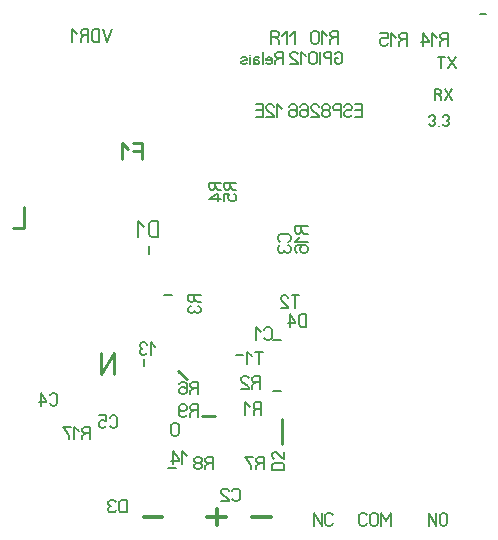
<source format=gbr>
%FSLAX32Y32*%
%MOMM*%
%LNBESTUECKUNG1*%
G71*
G01*
%ADD10C, 0.33*%
%ADD11C, 0.16*%
%ADD12C, 0.24*%
%ADD13C, 0.17*%
%ADD14C, 0.13*%
%ADD15C, 0.22*%
%ADD16C, 0.25*%
%LPD*%
G54D10*
X6285Y4198D02*
X6125Y4198D01*
G54D10*
X5904Y4195D02*
X5744Y4195D01*
G54D10*
X5824Y4262D02*
X5824Y4128D01*
G54D11*
X7620Y7580D02*
X7627Y7591D01*
X7640Y7597D01*
X7654Y7597D01*
X7667Y7591D01*
X7674Y7580D01*
X7674Y7569D01*
X7667Y7558D01*
X7654Y7552D01*
X7667Y7547D01*
X7674Y7536D01*
X7674Y7525D01*
X7667Y7514D01*
X7654Y7508D01*
X7640Y7508D01*
X7627Y7514D01*
X7620Y7525D01*
G54D11*
X7704Y7508D02*
X7704Y7508D01*
G54D11*
X7735Y7580D02*
X7742Y7591D01*
X7755Y7597D01*
X7769Y7597D01*
X7782Y7591D01*
X7789Y7580D01*
X7789Y7569D01*
X7782Y7558D01*
X7769Y7552D01*
X7782Y7547D01*
X7789Y7536D01*
X7789Y7525D01*
X7782Y7514D01*
X7769Y7508D01*
X7755Y7508D01*
X7742Y7514D01*
X7735Y7525D01*
G54D11*
X8049Y8460D02*
X8102Y8460D01*
G54D11*
X7726Y8000D02*
X7726Y8089D01*
G54D11*
X7700Y8089D02*
X7753Y8089D01*
G54D11*
X7784Y8089D02*
X7850Y8000D01*
G54D11*
X7784Y8000D02*
X7850Y8089D01*
G54D11*
X7695Y7775D02*
X7715Y7764D01*
X7721Y7752D01*
X7721Y7730D01*
G54D11*
X7668Y7730D02*
X7668Y7819D01*
X7701Y7819D01*
X7715Y7814D01*
X7721Y7802D01*
X7721Y7791D01*
X7715Y7780D01*
X7701Y7775D01*
X7668Y7775D01*
G54D11*
X7752Y7819D02*
X7819Y7730D01*
G54D11*
X7752Y7730D02*
X7819Y7819D01*
G54D12*
X5188Y7226D02*
X5188Y7360D01*
X5118Y7360D01*
G54D12*
X5188Y7293D02*
X5118Y7293D01*
G54D12*
X5071Y7310D02*
X5021Y7360D01*
X5021Y7226D01*
G54D13*
X5327Y6571D02*
X5327Y6705D01*
X5277Y6705D01*
X5257Y6696D01*
X5247Y6680D01*
X5247Y6596D01*
X5257Y6580D01*
X5277Y6571D01*
X5327Y6571D01*
G54D13*
X5210Y6655D02*
X5160Y6705D01*
X5160Y6571D01*
G54D14*
X6167Y5114D02*
X6143Y5101D01*
X6135Y5088D01*
X6135Y5061D01*
G54D14*
X6199Y5061D02*
X6199Y5168D01*
X6159Y5168D01*
X6143Y5161D01*
X6135Y5148D01*
X6135Y5134D01*
X6143Y5121D01*
X6159Y5114D01*
X6199Y5114D01*
G54D14*
X6106Y5128D02*
X6066Y5168D01*
X6066Y5061D01*
G54D14*
X6156Y5337D02*
X6132Y5324D01*
X6124Y5310D01*
X6124Y5284D01*
G54D14*
X6188Y5284D02*
X6188Y5390D01*
X6148Y5390D01*
X6132Y5384D01*
X6124Y5370D01*
X6124Y5357D01*
X6132Y5344D01*
X6148Y5337D01*
X6188Y5337D01*
G54D14*
X6031Y5284D02*
X6095Y5284D01*
X6095Y5290D01*
X6087Y5304D01*
X6039Y5344D01*
X6031Y5357D01*
X6031Y5370D01*
X6039Y5384D01*
X6055Y5390D01*
X6071Y5390D01*
X6087Y5384D01*
X6095Y5370D01*
G54D14*
X5635Y6046D02*
X5648Y6022D01*
X5662Y6014D01*
X5688Y6014D01*
G54D14*
X5688Y6078D02*
X5582Y6078D01*
X5582Y6038D01*
X5588Y6022D01*
X5602Y6014D01*
X5615Y6014D01*
X5628Y6022D01*
X5635Y6038D01*
X5635Y6078D01*
G54D14*
X5602Y5985D02*
X5588Y5977D01*
X5582Y5961D01*
X5582Y5945D01*
X5588Y5929D01*
X5602Y5921D01*
X5615Y5921D01*
X5628Y5929D01*
X5635Y5945D01*
X5642Y5929D01*
X5655Y5921D01*
X5668Y5921D01*
X5682Y5929D01*
X5688Y5945D01*
X5688Y5961D01*
X5682Y5977D01*
X5668Y5985D01*
G54D14*
X6227Y5716D02*
X6235Y5703D01*
X6251Y5696D01*
X6267Y5696D01*
X6283Y5703D01*
X6291Y5716D01*
X6291Y5783D01*
X6283Y5796D01*
X6267Y5803D01*
X6251Y5803D01*
X6235Y5796D01*
X6227Y5783D01*
G54D14*
X6198Y5763D02*
X6158Y5803D01*
X6158Y5696D01*
G54D14*
X6180Y5490D02*
X6180Y5597D01*
G54D14*
X6212Y5597D02*
X6148Y5597D01*
G54D14*
X6118Y5557D02*
X6078Y5597D01*
X6078Y5490D01*
G54D14*
X5810Y6996D02*
X5823Y6972D01*
X5836Y6964D01*
X5863Y6964D01*
G54D14*
X5863Y7028D02*
X5756Y7028D01*
X5756Y6988D01*
X5763Y6972D01*
X5776Y6964D01*
X5790Y6964D01*
X5803Y6972D01*
X5810Y6988D01*
X5810Y7028D01*
G54D14*
X5863Y6887D02*
X5756Y6887D01*
X5823Y6935D01*
X5836Y6935D01*
X5836Y6871D01*
G54D14*
X5937Y6996D02*
X5950Y6972D01*
X5963Y6964D01*
X5990Y6964D01*
G54D14*
X5990Y7028D02*
X5883Y7028D01*
X5883Y6988D01*
X5890Y6972D01*
X5903Y6964D01*
X5917Y6964D01*
X5930Y6972D01*
X5937Y6988D01*
X5937Y7028D01*
G54D14*
X5883Y6871D02*
X5883Y6935D01*
X5930Y6935D01*
X5930Y6927D01*
X5923Y6911D01*
X5923Y6895D01*
X5930Y6879D01*
X5943Y6871D01*
X5970Y6871D01*
X5983Y6879D01*
X5990Y6895D01*
X5990Y6911D01*
X5983Y6927D01*
X5970Y6935D01*
G54D15*
X4952Y5406D02*
X4952Y5584D01*
X4845Y5406D01*
X4845Y5584D01*
G54D15*
X4194Y6822D02*
X4194Y6645D01*
X4100Y6645D01*
G54D14*
X6489Y5966D02*
X6489Y6073D01*
G54D14*
X6521Y6073D02*
X6457Y6073D01*
G54D14*
X6364Y5966D02*
X6428Y5966D01*
X6428Y5973D01*
X6420Y5986D01*
X6372Y6026D01*
X6364Y6039D01*
X6364Y6053D01*
X6372Y6066D01*
X6388Y6073D01*
X6404Y6073D01*
X6420Y6066D01*
X6428Y6053D01*
G54D14*
X6994Y7585D02*
X7050Y7585D01*
X7050Y7692D01*
X6994Y7692D01*
G54D14*
X7050Y7639D02*
X6994Y7639D01*
G54D14*
X6965Y7605D02*
X6957Y7592D01*
X6941Y7585D01*
X6925Y7585D01*
X6909Y7592D01*
X6901Y7605D01*
X6901Y7619D01*
X6909Y7632D01*
X6925Y7639D01*
X6941Y7639D01*
X6957Y7645D01*
X6965Y7659D01*
X6965Y7672D01*
X6957Y7685D01*
X6941Y7692D01*
X6925Y7692D01*
X6909Y7685D01*
X6901Y7672D01*
G54D14*
X6872Y7585D02*
X6872Y7692D01*
X6832Y7692D01*
X6816Y7685D01*
X6808Y7672D01*
X6808Y7659D01*
X6816Y7645D01*
X6832Y7639D01*
X6872Y7639D01*
G54D14*
X6739Y7639D02*
X6755Y7639D01*
X6771Y7645D01*
X6779Y7659D01*
X6779Y7672D01*
X6771Y7685D01*
X6755Y7692D01*
X6739Y7692D01*
X6723Y7685D01*
X6715Y7672D01*
X6715Y7659D01*
X6723Y7645D01*
X6739Y7639D01*
X6723Y7632D01*
X6715Y7619D01*
X6715Y7605D01*
X6723Y7592D01*
X6739Y7585D01*
X6755Y7585D01*
X6771Y7592D01*
X6779Y7605D01*
X6779Y7619D01*
X6771Y7632D01*
X6755Y7639D01*
G54D14*
X6622Y7585D02*
X6686Y7585D01*
X6686Y7592D01*
X6678Y7605D01*
X6630Y7645D01*
X6622Y7659D01*
X6622Y7672D01*
X6630Y7685D01*
X6646Y7692D01*
X6662Y7692D01*
X6678Y7685D01*
X6686Y7672D01*
G54D14*
X6529Y7672D02*
X6537Y7685D01*
X6553Y7692D01*
X6569Y7692D01*
X6585Y7685D01*
X6593Y7672D01*
X6593Y7639D01*
X6593Y7632D01*
X6569Y7645D01*
X6553Y7645D01*
X6537Y7639D01*
X6529Y7625D01*
X6529Y7605D01*
X6537Y7592D01*
X6553Y7585D01*
X6569Y7585D01*
X6585Y7592D01*
X6593Y7605D01*
X6593Y7639D01*
G54D14*
X6436Y7672D02*
X6444Y7685D01*
X6460Y7692D01*
X6476Y7692D01*
X6492Y7685D01*
X6500Y7672D01*
X6500Y7639D01*
X6500Y7632D01*
X6476Y7645D01*
X6460Y7645D01*
X6444Y7639D01*
X6436Y7625D01*
X6436Y7605D01*
X6444Y7592D01*
X6460Y7585D01*
X6476Y7585D01*
X6492Y7592D01*
X6500Y7605D01*
X6500Y7639D01*
G54D14*
X6376Y7652D02*
X6336Y7692D01*
X6336Y7585D01*
G54D14*
X6243Y7585D02*
X6307Y7585D01*
X6307Y7592D01*
X6299Y7605D01*
X6251Y7645D01*
X6243Y7659D01*
X6243Y7672D01*
X6251Y7685D01*
X6267Y7692D01*
X6283Y7692D01*
X6299Y7685D01*
X6307Y7672D01*
G54D14*
X6158Y7585D02*
X6214Y7585D01*
X6214Y7692D01*
X6158Y7692D01*
G54D14*
X6214Y7639D02*
X6158Y7639D01*
G54D14*
X5632Y5289D02*
X5608Y5276D01*
X5600Y5263D01*
X5600Y5236D01*
G54D14*
X5664Y5236D02*
X5664Y5343D01*
X5624Y5343D01*
X5608Y5336D01*
X5600Y5323D01*
X5600Y5309D01*
X5608Y5296D01*
X5624Y5289D01*
X5664Y5289D01*
G54D14*
X5507Y5323D02*
X5515Y5336D01*
X5531Y5343D01*
X5547Y5343D01*
X5563Y5336D01*
X5571Y5323D01*
X5571Y5289D01*
X5571Y5283D01*
X5547Y5296D01*
X5531Y5296D01*
X5515Y5289D01*
X5507Y5276D01*
X5507Y5256D01*
X5515Y5243D01*
X5531Y5236D01*
X5547Y5236D01*
X5563Y5243D01*
X5571Y5256D01*
X5571Y5289D01*
G54D14*
X6188Y4654D02*
X6164Y4641D01*
X6156Y4628D01*
X6156Y4601D01*
G54D14*
X6220Y4601D02*
X6220Y4708D01*
X6180Y4708D01*
X6164Y4701D01*
X6156Y4688D01*
X6156Y4674D01*
X6164Y4661D01*
X6180Y4654D01*
X6220Y4654D01*
G54D14*
X6127Y4708D02*
X6063Y4708D01*
X6071Y4694D01*
X6087Y4674D01*
X6103Y4648D01*
X6111Y4628D01*
X6111Y4601D01*
G54D14*
X5438Y4973D02*
X5438Y4907D01*
X5446Y4893D01*
X5462Y4887D01*
X5478Y4887D01*
X5494Y4893D01*
X5502Y4907D01*
X5502Y4973D01*
X5494Y4987D01*
X5478Y4993D01*
X5462Y4993D01*
X5446Y4987D01*
X5438Y4973D01*
G54D14*
X5303Y5636D02*
X5263Y5676D01*
X5263Y5569D01*
G54D14*
X5234Y5656D02*
X5226Y5669D01*
X5210Y5676D01*
X5194Y5676D01*
X5178Y5669D01*
X5170Y5656D01*
X5170Y5643D01*
X5178Y5629D01*
X5194Y5623D01*
X5178Y5616D01*
X5170Y5603D01*
X5170Y5589D01*
X5178Y5576D01*
X5194Y5569D01*
X5210Y5569D01*
X5226Y5576D01*
X5234Y5589D01*
G54D14*
X6853Y8083D02*
X6821Y8083D01*
X6821Y8050D01*
X6829Y8037D01*
X6845Y8030D01*
X6861Y8030D01*
X6877Y8037D01*
X6885Y8050D01*
X6885Y8117D01*
X6877Y8130D01*
X6861Y8137D01*
X6845Y8137D01*
X6829Y8130D01*
X6821Y8117D01*
G54D14*
X6792Y8030D02*
X6792Y8137D01*
X6752Y8137D01*
X6736Y8130D01*
X6728Y8117D01*
X6728Y8103D01*
X6736Y8090D01*
X6752Y8083D01*
X6792Y8083D01*
G54D14*
X6699Y8030D02*
X6699Y8137D01*
G54D14*
X6606Y8117D02*
X6606Y8050D01*
X6614Y8037D01*
X6630Y8030D01*
X6646Y8030D01*
X6662Y8037D01*
X6670Y8050D01*
X6670Y8117D01*
X6662Y8130D01*
X6646Y8137D01*
X6630Y8137D01*
X6614Y8130D01*
X6606Y8117D01*
G54D14*
X6577Y8097D02*
X6537Y8137D01*
X6537Y8030D01*
G54D14*
X6444Y8030D02*
X6508Y8030D01*
X6508Y8037D01*
X6500Y8050D01*
X6452Y8090D01*
X6444Y8103D01*
X6444Y8117D01*
X6452Y8130D01*
X6468Y8137D01*
X6484Y8137D01*
X6500Y8130D01*
X6508Y8117D01*
G54D14*
X6352Y8083D02*
X6328Y8070D01*
X6320Y8057D01*
X6320Y8030D01*
G54D14*
X6384Y8030D02*
X6384Y8137D01*
X6344Y8137D01*
X6328Y8130D01*
X6320Y8117D01*
X6320Y8103D01*
X6328Y8090D01*
X6344Y8083D01*
X6384Y8083D01*
G54D14*
X6243Y8037D02*
X6256Y8030D01*
X6272Y8030D01*
X6288Y8037D01*
X6291Y8050D01*
X6291Y8073D01*
X6283Y8086D01*
X6267Y8090D01*
X6251Y8086D01*
X6243Y8077D01*
X6243Y8063D01*
X6291Y8063D01*
G54D14*
X6214Y8030D02*
X6214Y8137D01*
G54D14*
X6185Y8083D02*
X6169Y8090D01*
X6150Y8090D01*
X6137Y8077D01*
X6137Y8030D01*
G54D14*
X6137Y8050D02*
X6145Y8063D01*
X6161Y8066D01*
X6177Y8063D01*
X6185Y8050D01*
X6182Y8037D01*
X6169Y8030D01*
X6161Y8030D01*
X6158Y8030D01*
X6145Y8037D01*
X6137Y8050D01*
G54D14*
X6108Y8030D02*
X6108Y8090D01*
G54D14*
X6108Y8110D02*
X6108Y8110D01*
G54D14*
X6079Y8037D02*
X6063Y8030D01*
X6047Y8030D01*
X6031Y8037D01*
X6031Y8050D01*
X6039Y8057D01*
X6071Y8063D01*
X6079Y8070D01*
X6079Y8083D01*
X6063Y8090D01*
X6047Y8090D01*
X6031Y8083D01*
G54D14*
X4937Y8327D02*
X4897Y8220D01*
X4857Y8327D01*
G54D14*
X4828Y8220D02*
X4828Y8327D01*
X4788Y8327D01*
X4772Y8320D01*
X4764Y8307D01*
X4764Y8240D01*
X4772Y8227D01*
X4788Y8220D01*
X4828Y8220D01*
G54D14*
X4703Y8274D02*
X4679Y8260D01*
X4671Y8247D01*
X4671Y8220D01*
G54D14*
X4735Y8220D02*
X4735Y8327D01*
X4695Y8327D01*
X4679Y8320D01*
X4671Y8307D01*
X4671Y8294D01*
X4679Y8280D01*
X4695Y8274D01*
X4735Y8274D01*
G54D14*
X4642Y8287D02*
X4602Y8327D01*
X4602Y8220D01*
G54D14*
X5953Y4351D02*
X5961Y4337D01*
X5977Y4331D01*
X5993Y4331D01*
X6009Y4337D01*
X6017Y4351D01*
X6017Y4417D01*
X6009Y4431D01*
X5993Y4437D01*
X5977Y4437D01*
X5961Y4431D01*
X5953Y4417D01*
G54D14*
X5860Y4331D02*
X5924Y4331D01*
X5924Y4337D01*
X5916Y4351D01*
X5868Y4391D01*
X5860Y4404D01*
X5860Y4417D01*
X5868Y4431D01*
X5884Y4437D01*
X5900Y4437D01*
X5916Y4431D01*
X5924Y4417D01*
G54D14*
X5569Y4715D02*
X5529Y4755D01*
X5529Y4648D01*
G54D14*
X5452Y4648D02*
X5452Y4755D01*
X5500Y4688D01*
X5500Y4675D01*
X5436Y4675D01*
G54D14*
X5760Y4654D02*
X5736Y4641D01*
X5728Y4628D01*
X5728Y4601D01*
G54D14*
X5792Y4601D02*
X5792Y4708D01*
X5752Y4708D01*
X5736Y4701D01*
X5728Y4688D01*
X5728Y4674D01*
X5736Y4661D01*
X5752Y4654D01*
X5792Y4654D01*
G54D14*
X5659Y4654D02*
X5675Y4654D01*
X5691Y4661D01*
X5699Y4674D01*
X5699Y4688D01*
X5691Y4701D01*
X5675Y4708D01*
X5659Y4708D01*
X5643Y4701D01*
X5635Y4688D01*
X5635Y4674D01*
X5643Y4661D01*
X5659Y4654D01*
X5643Y4648D01*
X5635Y4634D01*
X5635Y4621D01*
X5643Y4608D01*
X5659Y4601D01*
X5675Y4601D01*
X5691Y4608D01*
X5699Y4621D01*
X5699Y4634D01*
X5691Y4648D01*
X5675Y4654D01*
G54D14*
X5632Y5099D02*
X5608Y5085D01*
X5600Y5072D01*
X5600Y5045D01*
G54D14*
X5664Y5045D02*
X5664Y5152D01*
X5624Y5152D01*
X5608Y5145D01*
X5600Y5132D01*
X5600Y5119D01*
X5608Y5105D01*
X5624Y5099D01*
X5664Y5099D01*
G54D14*
X5571Y5065D02*
X5563Y5052D01*
X5547Y5045D01*
X5531Y5045D01*
X5515Y5052D01*
X5507Y5065D01*
X5507Y5099D01*
X5507Y5105D01*
X5531Y5092D01*
X5547Y5092D01*
X5563Y5099D01*
X5571Y5112D01*
X5571Y5132D01*
X5563Y5145D01*
X5547Y5152D01*
X5531Y5152D01*
X5515Y5145D01*
X5507Y5132D01*
X5507Y5099D01*
G54D15*
X5496Y5437D02*
X5571Y5362D01*
G54D15*
X5702Y5050D02*
X5809Y5050D01*
G54D14*
X6817Y8260D02*
X6793Y8246D01*
X6785Y8233D01*
X6785Y8206D01*
G54D14*
X6849Y8206D02*
X6849Y8313D01*
X6809Y8313D01*
X6793Y8306D01*
X6785Y8293D01*
X6785Y8280D01*
X6793Y8266D01*
X6809Y8260D01*
X6849Y8260D01*
G54D14*
X6756Y8273D02*
X6716Y8313D01*
X6716Y8206D01*
G54D14*
X6623Y8293D02*
X6623Y8226D01*
X6631Y8213D01*
X6647Y8206D01*
X6663Y8206D01*
X6679Y8213D01*
X6687Y8226D01*
X6687Y8293D01*
X6679Y8306D01*
X6663Y8313D01*
X6647Y8313D01*
X6631Y8306D01*
X6623Y8293D01*
G54D14*
X7749Y8242D02*
X7725Y8229D01*
X7717Y8215D01*
X7717Y8189D01*
G54D14*
X7781Y8189D02*
X7781Y8295D01*
X7741Y8295D01*
X7725Y8289D01*
X7717Y8275D01*
X7717Y8262D01*
X7725Y8249D01*
X7741Y8242D01*
X7781Y8242D01*
G54D14*
X7688Y8255D02*
X7648Y8295D01*
X7648Y8189D01*
G54D14*
X7571Y8189D02*
X7571Y8295D01*
X7619Y8229D01*
X7619Y8215D01*
X7555Y8215D01*
G54D14*
X6317Y8258D02*
X6341Y8244D01*
X6349Y8231D01*
X6349Y8204D01*
G54D14*
X6285Y8204D02*
X6285Y8311D01*
X6325Y8311D01*
X6341Y8304D01*
X6349Y8291D01*
X6349Y8278D01*
X6341Y8264D01*
X6325Y8258D01*
X6285Y8258D01*
G54D14*
X6378Y8271D02*
X6418Y8311D01*
X6418Y8204D01*
G54D14*
X6447Y8271D02*
X6487Y8311D01*
X6487Y8204D01*
G54D14*
X7400Y8242D02*
X7376Y8229D01*
X7368Y8215D01*
X7368Y8189D01*
G54D14*
X7432Y8189D02*
X7432Y8295D01*
X7392Y8295D01*
X7376Y8289D01*
X7368Y8275D01*
X7368Y8262D01*
X7376Y8249D01*
X7392Y8242D01*
X7432Y8242D01*
G54D14*
X7339Y8255D02*
X7299Y8295D01*
X7299Y8189D01*
G54D14*
X7206Y8295D02*
X7270Y8295D01*
X7270Y8249D01*
X7262Y8249D01*
X7246Y8255D01*
X7230Y8255D01*
X7214Y8249D01*
X7206Y8235D01*
X7206Y8209D01*
X7214Y8195D01*
X7230Y8189D01*
X7246Y8189D01*
X7262Y8195D01*
X7270Y8209D01*
G54D14*
X6538Y6628D02*
X6552Y6604D01*
X6565Y6596D01*
X6592Y6596D01*
G54D14*
X6592Y6660D02*
X6485Y6660D01*
X6485Y6620D01*
X6492Y6604D01*
X6505Y6596D01*
X6518Y6596D01*
X6532Y6604D01*
X6538Y6620D01*
X6538Y6660D01*
G54D14*
X6525Y6567D02*
X6485Y6527D01*
X6592Y6527D01*
G54D14*
X6505Y6434D02*
X6492Y6442D01*
X6485Y6458D01*
X6485Y6474D01*
X6492Y6490D01*
X6505Y6498D01*
X6538Y6498D01*
X6545Y6498D01*
X6532Y6474D01*
X6532Y6458D01*
X6538Y6442D01*
X6552Y6434D01*
X6572Y6434D01*
X6585Y6442D01*
X6592Y6458D01*
X6592Y6474D01*
X6585Y6490D01*
X6572Y6498D01*
X6538Y6498D01*
G54D14*
X6429Y6527D02*
X6442Y6535D01*
X6449Y6551D01*
X6449Y6567D01*
X6442Y6583D01*
X6429Y6591D01*
X6362Y6591D01*
X6349Y6583D01*
X6342Y6567D01*
X6342Y6551D01*
X6349Y6535D01*
X6362Y6527D01*
G54D14*
X6362Y6498D02*
X6349Y6490D01*
X6342Y6474D01*
X6342Y6458D01*
X6349Y6442D01*
X6362Y6434D01*
X6375Y6434D01*
X6389Y6442D01*
X6395Y6458D01*
X6402Y6442D01*
X6415Y6434D01*
X6429Y6434D01*
X6442Y6442D01*
X6449Y6458D01*
X6449Y6474D01*
X6442Y6490D01*
X6429Y6498D01*
G54D14*
X6397Y4594D02*
X6290Y4594D01*
X6290Y4634D01*
X6297Y4650D01*
X6310Y4658D01*
X6377Y4658D01*
X6390Y4650D01*
X6397Y4634D01*
X6397Y4594D01*
G54D14*
X6397Y4751D02*
X6397Y4687D01*
X6390Y4687D01*
X6377Y4695D01*
X6337Y4743D01*
X6324Y4751D01*
X6310Y4751D01*
X6297Y4743D01*
X6290Y4727D01*
X6290Y4711D01*
X6297Y4695D01*
X6310Y4687D01*
G54D14*
X5983Y5569D02*
X6047Y5569D01*
G54D14*
X5254Y6490D02*
X5254Y6426D01*
G54D14*
X4717Y4908D02*
X4693Y4895D01*
X4685Y4882D01*
X4685Y4855D01*
G54D14*
X4749Y4855D02*
X4749Y4962D01*
X4709Y4962D01*
X4693Y4955D01*
X4685Y4942D01*
X4685Y4928D01*
X4693Y4915D01*
X4709Y4908D01*
X4749Y4908D01*
G54D14*
X4656Y4922D02*
X4616Y4962D01*
X4616Y4855D01*
G54D14*
X4587Y4962D02*
X4523Y4962D01*
X4531Y4948D01*
X4547Y4928D01*
X4563Y4902D01*
X4571Y4882D01*
X4571Y4855D01*
G54D14*
X5061Y4236D02*
X5061Y4342D01*
X5021Y4342D01*
X5005Y4336D01*
X4997Y4322D01*
X4997Y4256D01*
X5005Y4242D01*
X5021Y4236D01*
X5061Y4236D01*
G54D14*
X4968Y4322D02*
X4960Y4336D01*
X4944Y4342D01*
X4928Y4342D01*
X4912Y4336D01*
X4904Y4322D01*
X4904Y4309D01*
X4912Y4296D01*
X4928Y4289D01*
X4912Y4282D01*
X4904Y4269D01*
X4904Y4256D01*
X4912Y4242D01*
X4928Y4236D01*
X4944Y4236D01*
X4960Y4242D01*
X4968Y4256D01*
G54D14*
X4409Y5161D02*
X4417Y5147D01*
X4433Y5141D01*
X4449Y5141D01*
X4465Y5147D01*
X4473Y5161D01*
X4473Y5227D01*
X4465Y5241D01*
X4449Y5247D01*
X4433Y5247D01*
X4417Y5241D01*
X4409Y5227D01*
G54D14*
X4332Y5141D02*
X4332Y5247D01*
X4380Y5181D01*
X4380Y5167D01*
X4316Y5167D01*
G54D14*
X4917Y4970D02*
X4925Y4957D01*
X4941Y4950D01*
X4957Y4950D01*
X4973Y4957D01*
X4981Y4970D01*
X4981Y5037D01*
X4973Y5050D01*
X4957Y5057D01*
X4941Y5057D01*
X4925Y5050D01*
X4917Y5037D01*
G54D14*
X4824Y5057D02*
X4888Y5057D01*
X4888Y5010D01*
X4880Y5010D01*
X4864Y5017D01*
X4848Y5017D01*
X4832Y5010D01*
X4824Y4997D01*
X4824Y4970D01*
X4832Y4957D01*
X4848Y4950D01*
X4864Y4950D01*
X4880Y4957D01*
X4888Y4970D01*
G54D14*
X5476Y4615D02*
X5412Y4615D01*
G54D14*
X5206Y5472D02*
X5206Y5536D01*
G54D10*
X5364Y4198D02*
X5204Y4198D01*
G54D14*
X7095Y4145D02*
X7087Y4131D01*
X7071Y4125D01*
X7055Y4125D01*
X7039Y4131D01*
X7031Y4145D01*
X7031Y4211D01*
X7039Y4225D01*
X7055Y4231D01*
X7071Y4231D01*
X7087Y4225D01*
X7095Y4211D01*
G54D14*
X7188Y4211D02*
X7188Y4145D01*
X7180Y4131D01*
X7164Y4125D01*
X7148Y4125D01*
X7132Y4131D01*
X7124Y4145D01*
X7124Y4211D01*
X7132Y4225D01*
X7148Y4231D01*
X7164Y4231D01*
X7180Y4225D01*
X7188Y4211D01*
G54D14*
X7217Y4125D02*
X7217Y4231D01*
X7257Y4165D01*
X7297Y4231D01*
X7297Y4125D01*
G54D14*
X7618Y4125D02*
X7618Y4231D01*
X7682Y4125D01*
X7682Y4231D01*
G54D14*
X7775Y4211D02*
X7775Y4145D01*
X7767Y4131D01*
X7751Y4125D01*
X7735Y4125D01*
X7719Y4131D01*
X7711Y4145D01*
X7711Y4211D01*
X7719Y4225D01*
X7735Y4231D01*
X7751Y4231D01*
X7767Y4225D01*
X7775Y4211D01*
G54D14*
X6650Y4125D02*
X6650Y4231D01*
X6714Y4125D01*
X6714Y4231D01*
G54D14*
X6807Y4145D02*
X6799Y4131D01*
X6783Y4125D01*
X6767Y4125D01*
X6751Y4131D01*
X6743Y4145D01*
X6743Y4211D01*
X6751Y4225D01*
X6767Y4231D01*
X6783Y4231D01*
X6799Y4225D01*
X6807Y4211D01*
G54D16*
X6376Y4818D02*
X6376Y5031D01*
G54D14*
X6581Y5810D02*
X6581Y5916D01*
X6541Y5916D01*
X6525Y5910D01*
X6517Y5896D01*
X6517Y5830D01*
X6525Y5816D01*
X6541Y5810D01*
X6581Y5810D01*
G54D14*
X6440Y5810D02*
X6440Y5916D01*
X6488Y5850D01*
X6488Y5836D01*
X6424Y5836D01*
G54D14*
X6300Y5696D02*
X6364Y5696D01*
G54D14*
X6300Y5267D02*
X6364Y5267D01*
G54D14*
X5380Y6077D02*
X5444Y6077D01*
M02*

</source>
